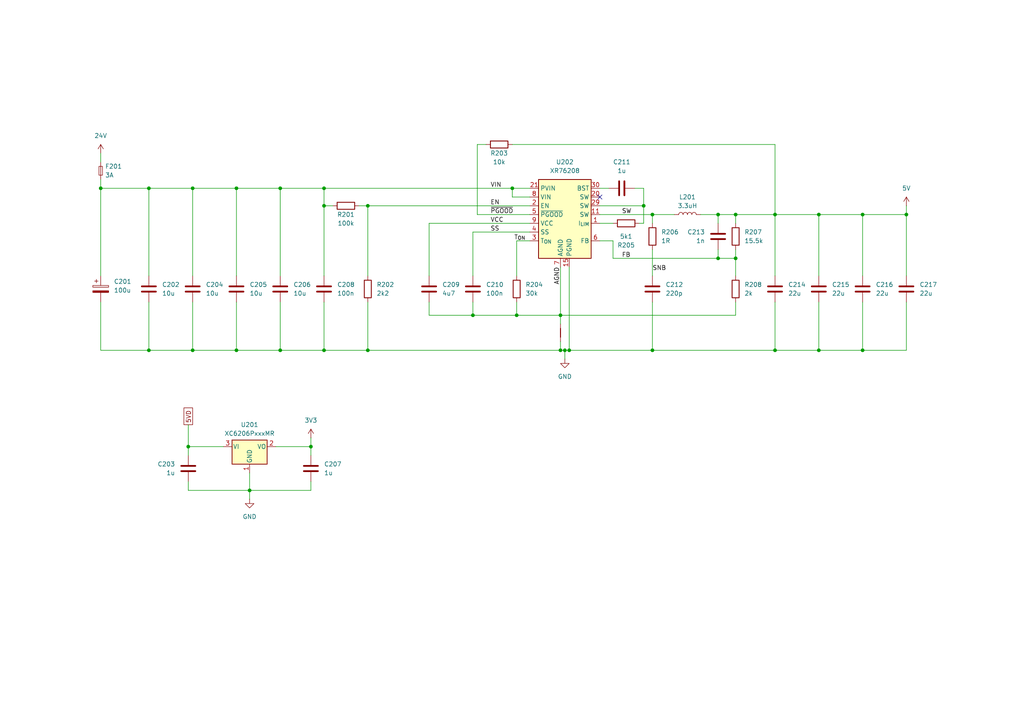
<source format=kicad_sch>
(kicad_sch (version 20250114) (generator "eeschema") (generator_version "9.0")
  (paper "A4")
  (title_block (title "EWS - Power, CANbus and USB HAT for 3D Printers") (date "2025-12-04") (rev "0.1") (company "Eduard Iten"))
  (lib_symbols
    (symbol "Device:C" (pin_numbers (hide yes)) (pin_names (offset 0.254))
      (property "Reference" "C" (at 0.635 2.54 0))
      (property "Value" "C" (at 0.635 -2.54 0))
      (symbol "C_0_1"
        (polyline (pts (xy -2.032 0.762) (xy 2.032 0.762)) (stroke (width 0.508)))
        (polyline (pts (xy -2.032 -0.762) (xy 2.032 -0.762)) (stroke (width 0.508)))
      )
      (symbol "C_1_1"
        (pin passive line (at 0 3.81 270) (length 2.794) (name "~") (number "1"))
        (pin passive line (at 0 -3.81 90) (length 2.794) (name "~") (number "2"))
      )
    )
    (symbol "Device:C_Polarized" (pin_numbers (hide yes)) (pin_names (offset 0.254))
      (property "Reference" "C" (at 0.635 2.54 0))
      (property "Value" "C_Polarized" (at 0.635 -2.54 0))
      (symbol "C_Polarized_0_1"
        (rectangle (start -2.286 0.508) (end 2.286 1.016))
        (polyline (pts (xy -1.778 2.286) (xy -0.762 2.286)))
        (polyline (pts (xy -1.27 2.794) (xy -1.27 1.778)))
        (rectangle (start 2.286 -0.508) (end -2.286 -1.016) (fill (type outline)))
      )
      (symbol "C_Polarized_1_1"
        (pin passive line (at 0 3.81 270) (length 2.794) (name "~") (number "1"))
        (pin passive line (at 0 -3.81 90) (length 2.794) (name "~") (number "2"))
      )
    )
    (symbol "Device:Fuse_Small" (pin_numbers (hide yes)) (pin_names (offset 0.254) (hide yes))
      (property "Reference" "F" (at 0 -1.524 0))
      (property "Value" "Fuse_Small" (at 0 1.524 0))
      (symbol "Fuse_Small_0_1"
        (rectangle (start -1.27 0.508) (end 1.27 -0.508))
        (polyline (pts (xy -1.27 0) (xy 1.27 0)))
      )
      (symbol "Fuse_Small_1_1"
        (pin passive line (at -2.54 0 0) (length 1.27) (name "~") (number "1"))
        (pin passive line (at 2.54 0 180) (length 1.27) (name "~") (number "2"))
      )
    )
    (symbol "Device:L" (pin_numbers (hide yes)) (pin_names (offset 1.016) (hide yes))
      (property "Reference" "L" (at -1.27 0 90))
      (property "Value" "L" (at 1.905 0 90))
      (symbol "L_0_1"
        (arc (start 0 2.54) (mid 0.6323 1.905) (end 0 1.27))
        (arc (start 0 1.27) (mid 0.6323 0.635) (end 0 0))
        (arc (start 0 0) (mid 0.6323 -0.635) (end 0 -1.27))
        (arc (start 0 -1.27) (mid 0.6323 -1.905) (end 0 -2.54))
      )
      (symbol "L_1_1"
        (pin passive line (at 0 3.81 270) (length 1.27) (name "1") (number "1"))
        (pin passive line (at 0 -3.81 90) (length 1.27) (name "2") (number "2"))
      )
    )
    (symbol "Device:NetTie_2" (pin_numbers (hide yes)) (pin_names (offset 0) (hide yes)) (in_bom no)
      (property "Reference" "NT" (at 0 1.27 0))
      (property "Value" "NetTie_2" (at 0 -1.27 0))
      (symbol "NetTie_2_0_1"
        (polyline (pts (xy -1.27 0) (xy 1.27 0)) (stroke (width 0.254)))
      )
      (symbol "NetTie_2_1_1"
        (pin passive line (at -2.54 0 0) (length 2.54) (name "1") (number "1"))
        (pin passive line (at 2.54 0 180) (length 2.54) (name "2") (number "2"))
      )
    )
    (symbol "Device:R" (pin_numbers (hide yes)) (pin_names (offset 0))
      (property "Reference" "R" (at 2.032 0 90))
      (property "Value" "R" (at 0 0 90))
      (symbol "R_0_1"
        (rectangle (start -1.016 -2.54) (end 1.016 2.54) (stroke (width 0.254)))
      )
      (symbol "R_1_1"
        (pin passive line (at 0 3.81 270) (length 1.27) (name "~") (number "1"))
        (pin passive line (at 0 -3.81 90) (length 1.27) (name "~") (number "2"))
      )
    )
    (symbol "Regulator_Linear:XC6206PxxxMR" (pin_names (offset 0.254))
      (property "Reference" "U" (at -3.81 3.175 0))
      (property "Value" "XC6206PxxxMR" (at 0 3.175 0))
      (symbol "XC6206PxxxMR_0_1"
        (rectangle (start -5.08 1.905) (end 5.08 -5.08) (stroke (width 0.254)) (fill (type background)))
      )
      (symbol "XC6206PxxxMR_1_1"
        (pin power_in line (at -7.62 0 0) (length 2.54) (name "VI") (number "3"))
        (pin power_in line (at 0 -7.62 90) (length 2.54) (name "GND") (number "1"))
        (pin power_out line (at 7.62 0 180) (length 2.54) (name "VO") (number "2"))
      )
    )
    (symbol "power:+24V" (power) (pin_numbers (hide yes)) (pin_names (offset 0) (hide yes))
      (property "Value" "+24V" (at 0 3.556 0))
      (symbol "+24V_0_1"
        (polyline (pts (xy -0.762 1.27) (xy 0 2.54)))
        (polyline (pts (xy 0 2.54) (xy 0.762 1.27)))
        (polyline (pts (xy 0 0) (xy 0 2.54)))
      )
      (symbol "+24V_1_1"
        (pin power_in line (at 0 0 90) (length 0) (name "~") (number "1"))
      )
    )
    (symbol "power:+3.3V" (power) (pin_numbers (hide yes)) (pin_names (offset 0) (hide yes))
      (property "Value" "+3.3V" (at 0 3.556 0))
      (symbol "+3.3V_0_1"
        (polyline (pts (xy -0.762 1.27) (xy 0 2.54)))
        (polyline (pts (xy 0 2.54) (xy 0.762 1.27)))
        (polyline (pts (xy 0 0) (xy 0 2.54)))
      )
      (symbol "+3.3V_1_1"
        (pin power_in line (at 0 0 90) (length 0) (name "~") (number "1"))
      )
    )
    (symbol "power:GND" (power) (pin_numbers (hide yes)) (pin_names (offset 0) (hide yes))
      (property "Value" "GND" (at 0 -3.81 0))
      (symbol "GND_0_1"
        (polyline (pts (xy 0 0) (xy 0 -1.27) (xy 1.27 -1.27) (xy 0 -2.54) (xy -1.27 -1.27) (xy 0 -1.27)))
      )
      (symbol "GND_1_1"
        (pin power_in line (at 0 0 270) (length 0) (name "~") (number "1"))
      )
    )
    (symbol "project:XR76208"
      (property "Reference" "U" (at 0 15.24 0))
      (property "Value" "XR76208" (at 0 12.7 0))
      (symbol "XR76208_1_1"
        (rectangle (start -7.62 11.43) (end 7.62 -11.43) (stroke (width 0.254)) (fill (type background)))
        (pin power_in line (at -10.16 8.89 0) (length 2.54) (name "PVIN") (number "21"))
        (pin passive line (at -10.16 8.89 0) (length 2.54) (hide yes) (name "PVIN") (number "22"))
        (pin passive line (at -10.16 8.89 0) (length 2.54) (hide yes) (name "PVIN") (number "23"))
        (pin passive line (at -10.16 8.89 0) (length 2.54) (hide yes) (name "PVIN") (number "24"))
        (pin passive line (at -10.16 8.89 0) (length 2.54) (hide yes) (name "PVIN") (number "25"))
        (pin passive line (at -10.16 8.89 0) (length 2.54) (hide yes) (name "PVIN") (number "26"))
        (pin passive line (at -10.16 8.89 0) (length 2.54) (hide yes) (name "PVIN") (number "27"))
        (pin passive line (at -10.16 8.89 0) (length 2.54) (hide yes) (name "PVIN") (number "28"))
        (pin power_in line (at -10.16 6.35 0) (length 2.54) (name "VIN") (number "8"))
        (pin passive line (at -10.16 3.81 0) (length 2.54) (name "EN") (number "2"))
        (pin passive line (at -10.16 1.27 0) (length 2.54) (name "~{PGOOD}") (number "5"))
        (pin passive line (at -10.16 -1.27 0) (length 2.54) (name "VCC") (number "9"))
        (pin passive line (at -10.16 -3.81 0) (length 2.54) (name "SS") (number "4"))
        (pin passive line (at -10.16 -6.35 0) (length 2.54) (name "T_{ON}") (number "3"))
        (pin passive line (at -1.27 -13.97 90) (length 2.54) (hide yes) (name "AGND") (number "10"))
        (pin passive line (at -1.27 -13.97 90) (length 2.54) (hide yes) (name "AGND") (number "31"))
        (pin passive line (at -1.27 -13.97 90) (length 2.54) (name "AGND") (number "7"))
        (pin passive line (at 1.27 -13.97 90) (length 2.54) (name "PGND") (number "15"))
        (pin passive line (at 1.27 -13.97 90) (length 2.54) (hide yes) (name "PGND") (number "16"))
        (pin passive line (at 1.27 -13.97 90) (length 2.54) (hide yes) (name "PGND") (number "17"))
        (pin passive line (at 1.27 -13.97 90) (length 2.54) (hide yes) (name "PGND") (number "18"))
        (pin passive line (at 1.27 -13.97 90) (length 2.54) (hide yes) (name "PGND") (number "19"))
        (pin passive line (at 10.16 8.89 180) (length 2.54) (name "BST") (number "30"))
        (pin passive line (at 10.16 6.35 180) (length 2.54) (name "SW") (number "20"))
        (pin power_out line (at 10.16 3.81 180) (length 2.54) (name "SW") (number "29"))
        (pin passive line (at 10.16 1.27 180) (length 2.54) (name "SW") (number "11"))
        (pin passive line (at 10.16 1.27 180) (length 2.54) (hide yes) (name "SW") (number "12"))
        (pin passive line (at 10.16 1.27 180) (length 2.54) (hide yes) (name "SW") (number "13"))
        (pin passive line (at 10.16 1.27 180) (length 2.54) (hide yes) (name "SW") (number "14"))
        (pin passive line (at 10.16 -1.27 180) (length 2.54) (name "I_{LIM}") (number "1"))
        (pin passive line (at 10.16 -6.35 180) (length 2.54) (name "FB") (number "6"))
      )
    )
  )
  (junction (at 106.68 59.69))
  (junction (at 54.61 129.54))
  (junction (at 68.58 54.61))
  (junction (at 90.17 129.54))
  (junction (at 68.58 101.6))
  (junction (at 250.19 62.23))
  (junction (at 55.88 54.61))
  (junction (at 262.89 62.23))
  (junction (at 55.88 101.6))
  (junction (at 149.86 91.44))
  (junction (at 237.49 101.6))
  (junction (at 224.79 101.6))
  (junction (at 137.16 91.44))
  (junction (at 43.18 54.61))
  (junction (at 224.79 62.23))
  (junction (at 186.69 59.69))
  (junction (at 162.56 91.44))
  (junction (at 93.98 54.61))
  (junction (at 81.28 101.6))
  (junction (at 81.28 54.61))
  (junction (at 213.36 74.93))
  (junction (at 93.98 101.6))
  (junction (at 237.49 62.23))
  (junction (at 43.18 101.6))
  (junction (at 106.68 101.6))
  (junction (at 29.21 54.61))
  (junction (at 148.59 54.61))
  (junction (at 72.39 142.24))
  (junction (at 162.56 101.6))
  (junction (at 250.19 101.6))
  (junction (at 93.98 59.69))
  (junction (at 163.83 101.6))
  (junction (at 189.23 101.6))
  (junction (at 165.1 101.6))
  (junction (at 208.28 74.93))
  (junction (at 208.28 62.23))
  (junction (at 213.36 62.23))
  (junction (at 189.23 62.23))
  (no_connect (at 173.99 57.15))
  (wire (pts (xy 29.21 101.6) (xy 43.18 101.6)))
  (wire (pts (xy 137.16 67.31) (xy 153.67 67.31)))
  (wire (pts (xy 250.19 62.23) (xy 237.49 62.23)))
  (wire (pts (xy 80.01 129.54) (xy 90.17 129.54)))
  (wire (pts (xy 189.23 101.6) (xy 224.79 101.6)))
  (wire (pts (xy 106.68 87.63) (xy 106.68 101.6)))
  (wire (pts (xy 208.28 62.23) (xy 213.36 62.23)))
  (wire (pts (xy 224.79 101.6) (xy 237.49 101.6)))
  (wire (pts (xy 213.36 87.63) (xy 213.36 91.44)))
  (wire (pts (xy 149.86 91.44) (xy 149.86 87.63)))
  (wire (pts (xy 29.21 87.63) (xy 29.21 101.6)))
  (wire (pts (xy 262.89 87.63) (xy 262.89 101.6)))
  (wire (pts (xy 72.39 142.24) (xy 90.17 142.24)))
  (wire (pts (xy 54.61 123.19) (xy 54.61 129.54)))
  (wire (pts (xy 68.58 54.61) (xy 68.58 80.01)))
  (wire (pts (xy 163.83 101.6) (xy 165.1 101.6)))
  (wire (pts (xy 189.23 72.39) (xy 189.23 80.01)))
  (wire (pts (xy 148.59 41.91) (xy 224.79 41.91)))
  (wire (pts (xy 203.2 62.23) (xy 208.28 62.23)))
  (wire (pts (xy 104.14 59.69) (xy 106.68 59.69)))
  (wire (pts (xy 208.28 74.93) (xy 213.36 74.93)))
  (wire (pts (xy 29.21 54.61) (xy 43.18 54.61)))
  (wire (pts (xy 43.18 54.61) (xy 43.18 80.01)))
  (wire (pts (xy 54.61 139.7) (xy 54.61 142.24)))
  (wire (pts (xy 262.89 59.69) (xy 262.89 62.23)))
  (wire (pts (xy 173.99 62.23) (xy 189.23 62.23)))
  (wire (pts (xy 55.88 80.01) (xy 55.88 54.61)))
  (wire (pts (xy 29.21 44.45) (xy 29.21 46.99)))
  (wire (pts (xy 137.16 87.63) (xy 137.16 91.44)))
  (wire (pts (xy 72.39 142.24) (xy 72.39 144.78)))
  (wire (pts (xy 189.23 62.23) (xy 189.23 64.77)))
  (wire (pts (xy 93.98 101.6) (xy 106.68 101.6)))
  (wire (pts (xy 250.19 87.63) (xy 250.19 101.6)))
  (wire (pts (xy 43.18 101.6) (xy 55.88 101.6)))
  (wire (pts (xy 149.86 69.85) (xy 149.86 80.01)))
  (wire (pts (xy 137.16 91.44) (xy 149.86 91.44)))
  (wire (pts (xy 262.89 62.23) (xy 250.19 62.23)))
  (wire (pts (xy 43.18 87.63) (xy 43.18 101.6)))
  (wire (pts (xy 250.19 80.01) (xy 250.19 62.23)))
  (wire (pts (xy 149.86 69.85) (xy 153.67 69.85)))
  (wire (pts (xy 90.17 127) (xy 90.17 129.54)))
  (wire (pts (xy 162.56 91.44) (xy 162.56 93.98)))
  (wire (pts (xy 162.56 101.6) (xy 163.83 101.6)))
  (wire (pts (xy 237.49 62.23) (xy 224.79 62.23)))
  (wire (pts (xy 165.1 77.47) (xy 165.1 101.6)))
  (wire (pts (xy 186.69 54.61) (xy 186.69 59.69)))
  (wire (pts (xy 208.28 62.23) (xy 208.28 64.77)))
  (wire (pts (xy 29.21 52.07) (xy 29.21 54.61)))
  (wire (pts (xy 148.59 57.15) (xy 153.67 57.15)))
  (wire (pts (xy 93.98 54.61) (xy 93.98 59.69)))
  (wire (pts (xy 208.28 72.39) (xy 208.28 74.93)))
  (wire (pts (xy 262.89 101.6) (xy 250.19 101.6)))
  (wire (pts (xy 93.98 87.63) (xy 93.98 101.6)))
  (wire (pts (xy 68.58 54.61) (xy 81.28 54.61)))
  (wire (pts (xy 162.56 91.44) (xy 149.86 91.44)))
  (wire (pts (xy 54.61 142.24) (xy 72.39 142.24)))
  (wire (pts (xy 177.8 74.93) (xy 177.8 69.85)))
  (wire (pts (xy 81.28 54.61) (xy 81.28 80.01)))
  (wire (pts (xy 68.58 87.63) (xy 68.58 101.6)))
  (wire (pts (xy 184.15 54.61) (xy 186.69 54.61)))
  (wire (pts (xy 162.56 99.06) (xy 162.56 101.6)))
  (wire (pts (xy 177.8 74.93) (xy 208.28 74.93)))
  (wire (pts (xy 213.36 62.23) (xy 224.79 62.23)))
  (wire (pts (xy 224.79 62.23) (xy 224.79 80.01)))
  (wire (pts (xy 124.46 64.77) (xy 153.67 64.77)))
  (wire (pts (xy 54.61 129.54) (xy 54.61 132.08)))
  (wire (pts (xy 29.21 80.01) (xy 29.21 54.61)))
  (wire (pts (xy 237.49 80.01) (xy 237.49 62.23)))
  (wire (pts (xy 81.28 54.61) (xy 93.98 54.61)))
  (wire (pts (xy 106.68 101.6) (xy 162.56 101.6)))
  (wire (pts (xy 213.36 62.23) (xy 213.36 64.77)))
  (wire (pts (xy 43.18 54.61) (xy 55.88 54.61)))
  (wire (pts (xy 124.46 80.01) (xy 124.46 64.77)))
  (wire (pts (xy 237.49 87.63) (xy 237.49 101.6)))
  (wire (pts (xy 93.98 80.01) (xy 93.98 59.69)))
  (wire (pts (xy 148.59 57.15) (xy 148.59 54.61)))
  (wire (pts (xy 124.46 91.44) (xy 137.16 91.44)))
  (wire (pts (xy 237.49 101.6) (xy 250.19 101.6)))
  (wire (pts (xy 213.36 91.44) (xy 162.56 91.44)))
  (wire (pts (xy 81.28 87.63) (xy 81.28 101.6)))
  (wire (pts (xy 138.43 62.23) (xy 138.43 41.91)))
  (wire (pts (xy 90.17 142.24) (xy 90.17 139.7)))
  (wire (pts (xy 93.98 54.61) (xy 148.59 54.61)))
  (wire (pts (xy 55.88 87.63) (xy 55.88 101.6)))
  (wire (pts (xy 138.43 41.91) (xy 140.97 41.91)))
  (wire (pts (xy 262.89 80.01) (xy 262.89 62.23)))
  (wire (pts (xy 96.52 59.69) (xy 93.98 59.69)))
  (wire (pts (xy 224.79 41.91) (xy 224.79 62.23)))
  (wire (pts (xy 177.8 69.85) (xy 173.99 69.85)))
  (wire (pts (xy 162.56 77.47) (xy 162.56 91.44)))
  (wire (pts (xy 55.88 54.61) (xy 68.58 54.61)))
  (wire (pts (xy 189.23 62.23) (xy 195.58 62.23)))
  (wire (pts (xy 55.88 101.6) (xy 68.58 101.6)))
  (wire (pts (xy 173.99 59.69) (xy 186.69 59.69)))
  (wire (pts (xy 81.28 101.6) (xy 93.98 101.6)))
  (wire (pts (xy 54.61 129.54) (xy 64.77 129.54)))
  (wire (pts (xy 213.36 74.93) (xy 213.36 80.01)))
  (wire (pts (xy 185.42 64.77) (xy 186.69 64.77)))
  (wire (pts (xy 68.58 101.6) (xy 81.28 101.6)))
  (wire (pts (xy 138.43 62.23) (xy 153.67 62.23)))
  (wire (pts (xy 163.83 101.6) (xy 163.83 104.14)))
  (wire (pts (xy 137.16 80.01) (xy 137.16 67.31)))
  (wire (pts (xy 124.46 87.63) (xy 124.46 91.44)))
  (wire (pts (xy 106.68 59.69) (xy 106.68 80.01)))
  (wire (pts (xy 224.79 87.63) (xy 224.79 101.6)))
  (wire (pts (xy 148.59 54.61) (xy 153.67 54.61)))
  (wire (pts (xy 165.1 101.6) (xy 189.23 101.6)))
  (wire (pts (xy 173.99 64.77) (xy 177.8 64.77)))
  (wire (pts (xy 213.36 72.39) (xy 213.36 74.93)))
  (wire (pts (xy 90.17 132.08) (xy 90.17 129.54)))
  (wire (pts (xy 173.99 54.61) (xy 176.53 54.61)))
  (wire (pts (xy 186.69 64.77) (xy 186.69 59.69)))
  (wire (pts (xy 106.68 59.69) (xy 153.67 59.69)))
  (wire (pts (xy 72.39 137.16) (xy 72.39 142.24)))
  (wire (pts (xy 189.23 87.63) (xy 189.23 101.6)))
  (label "FB" (at 180.34 74.93 0))
  (label "~{PGOOD}" (at 142.24 62.23 0))
  (label "SW" (at 180.34 62.23 0))
  (label "VCC" (at 142.24 64.77 0))
  (label "VIN" (at 142.24 54.61 0))
  (label "EN" (at 142.24 59.69 0))
  (label "AGND" (at 162.56 82.55 90))
  (label "SS" (at 142.24 67.31 0))
  (label "T_{ON}" (at 152.4 69.85 180))
  (label "SNB" (at 189.23 78.74 0))
  (global_label "5VD" (shape passive) (at 54.61 123.19 90) (property "Intersheetrefs" "${INTERSHEET_REFS}" (effects (hide yes))))
  (symbol (lib_id "Device:C") (at 68.58 83.82 0) (unit 1)
    (property "Reference" "C205" (at 72.39 82.5499 0) (effects (justify left)))
    (property "Value" "10u" (at 72.39 85.0899 0) (effects (justify left)))
    (property "Footprint" "Capacitor_SMD:C_1206_3216Metric" (effects (hide yes)))
    (property "Description" "Unpolarized capacitor" (effects (hide yes)))
    (property "Manufacturer Part #" "CL31A106KBHNNNE" (effects (hide yes)))
    (property "LCSC Part #" "C13585" (effects (hide yes)))
  )
  (symbol (lib_id "Device:R") (at 213.36 68.58 0) (unit 1)
    (property "Reference" "R207" (at 215.9 67.3099 0) (effects (justify left)))
    (property "Value" "15.5k" (at 215.9 69.8499 0) (effects (justify left)))
    (property "Footprint" "Resistor_SMD:R_0402_1005Metric" (effects (hide yes)))
    (property "Description" "Resistor" (effects (hide yes)))
  )
  (symbol (lib_id "Device:NetTie_2") (at 162.56 96.52 90) (unit 1) (in_bom no)
    (property "Reference" "NT201" (effects (hide yes)))
    (property "Value" "NetTie_2" (effects (hide yes)))
    (property "Footprint" "NetTie:NetTie-2_SMD_Pad0.5mm" (effects (hide yes)))
    (property "Description" "Net tie, 2 pins" (effects (hide yes)))
  )
  (symbol (lib_id "Device:R") (at 106.68 83.82 0) (unit 1)
    (property "Reference" "R202" (at 109.22 82.5499 0) (effects (justify left)))
    (property "Value" "2k2" (at 109.22 85.0899 0) (effects (justify left)))
    (property "Footprint" "Resistor_SMD:R_0402_1005Metric" (effects (hide yes)))
    (property "Description" "Resistor" (effects (hide yes)))
  )
  (symbol (lib_id "Device:C") (at 55.88 83.82 0) (unit 1)
    (property "Reference" "C204" (at 59.69 82.5499 0) (effects (justify left)))
    (property "Value" "10u" (at 59.69 85.0899 0) (effects (justify left)))
    (property "Footprint" "Capacitor_SMD:C_1206_3216Metric" (effects (hide yes)))
    (property "Description" "Unpolarized capacitor" (effects (hide yes)))
    (property "Manufacturer Part #" "CL31A106KBHNNNE" (effects (hide yes)))
    (property "LCSC Part #" "C13585" (effects (hide yes)))
  )
  (symbol (lib_id "power:+24V") (at 29.21 44.45 0) (unit 1)
    (property "Reference" "#PWR0201" (effects (hide yes)))
    (property "Value" "24V" (at 29.21 39.37 0))
    (property "Description" "Power symbol creates a global label with name \"+24V\"" (effects (hide yes)))
  )
  (symbol (lib_id "Device:C") (at 224.79 83.82 0) (unit 1)
    (property "Reference" "C214" (at 228.6 82.5499 0) (effects (justify left)))
    (property "Value" "22u" (at 228.6 85.0899 0) (effects (justify left)))
    (property "Footprint" "Capacitor_SMD:C_1206_3216Metric" (effects (hide yes)))
    (property "Description" "Unpolarized capacitor" (effects (hide yes)))
  )
  (symbol (lib_id "Device:C") (at 81.28 83.82 0) (unit 1)
    (property "Reference" "C206" (at 85.09 82.5499 0) (effects (justify left)))
    (property "Value" "10u" (at 85.09 85.0899 0) (effects (justify left)))
    (property "Footprint" "Capacitor_SMD:C_1206_3216Metric" (effects (hide yes)))
    (property "Description" "Unpolarized capacitor" (effects (hide yes)))
    (property "Manufacturer Part #" "CL31A106KBHNNNE" (effects (hide yes)))
    (property "LCSC Part #" "C13585" (effects (hide yes)))
  )
  (symbol (lib_id "Device:R") (at 181.61 64.77 270) (unit 1)
    (property "Reference" "R205" (at 181.61 71.12 90))
    (property "Value" "5k1" (at 181.61 68.58 90))
    (property "Footprint" "Resistor_SMD:R_0402_1005Metric" (effects (hide yes)))
    (property "Description" "Resistor" (effects (hide yes)))
  )
  (symbol (lib_id "Device:C_Polarized") (at 29.21 83.82 0) (unit 1)
    (property "Reference" "C201" (at 33.02 81.6609 0) (effects (justify left)))
    (property "Value" "100u" (at 33.02 84.2009 0) (effects (justify left)))
    (property "Footprint" "Capacitor_SMD:CP_Elec_6.3x7.7" (effects (hide yes)))
    (property "Description" "Polarized capacitor" (effects (hide yes)))
    (property "Manufacturer Part #" "RVT1H101M0607" (effects (hide yes)))
    (property "LCSC Part #" "C3151829" (effects (hide yes)))
  )
  (symbol (lib_id "power:GND") (at 72.39 144.78 0) (unit 1)
    (property "Reference" "#PWR0202" (effects (hide yes)))
    (property "Value" "GND" (at 72.39 149.86 0))
    (property "Description" "Power symbol creates a global label with name \"GND\" , ground" (effects (hide yes)))
  )
  (symbol (lib_id "Device:R") (at 213.36 83.82 0) (unit 1)
    (property "Reference" "R208" (at 215.9 82.5499 0) (effects (justify left)))
    (property "Value" "2k" (at 215.9 85.0899 0) (effects (justify left)))
    (property "Footprint" "Resistor_SMD:R_0402_1005Metric" (effects (hide yes)))
    (property "Description" "Resistor" (effects (hide yes)))
  )
  (symbol (lib_id "Device:C") (at 54.61 135.89 0) (mirror x) (unit 1)
    (property "Reference" "C203" (at 50.8 134.6199 0) (effects (justify right)))
    (property "Value" "1u" (at 50.8 137.1599 0) (effects (justify right)))
    (property "Footprint" "Capacitor_SMD:C_0402_1005Metric" (effects (hide yes)))
    (property "Description" "Unpolarized capacitor" (effects (hide yes)))
  )
  (symbol (lib_id "Device:R") (at 144.78 41.91 90) (mirror x) (unit 1)
    (property "Reference" "R203" (at 144.78 44.45 90))
    (property "Value" "10k" (at 144.78 46.99 90))
    (property "Footprint" "Resistor_SMD:R_0402_1005Metric" (effects (hide yes)))
    (property "Description" "Resistor" (effects (hide yes)))
  )
  (symbol (lib_id "Device:C") (at 93.98 83.82 0) (unit 1)
    (property "Reference" "C208" (at 97.79 82.5499 0) (effects (justify left)))
    (property "Value" "100n" (at 97.79 85.0899 0) (effects (justify left)))
    (property "Footprint" "Capacitor_SMD:C_0402_1005Metric" (effects (hide yes)))
    (property "Description" "Unpolarized capacitor" (effects (hide yes)))
  )
  (symbol (lib_id "power:+3.3V") (at 90.17 127 0) (unit 1)
    (property "Reference" "#PWR0203" (effects (hide yes)))
    (property "Value" "3V3" (at 90.17 121.92 0))
    (property "Description" "Power symbol creates a global label with name \"+3.3V\"" (effects (hide yes)))
  )
  (symbol (lib_id "Device:R") (at 149.86 83.82 0) (unit 1)
    (property "Reference" "R204" (at 152.4 82.5499 0) (effects (justify left)))
    (property "Value" "30k" (at 152.4 85.0899 0) (effects (justify left)))
    (property "Footprint" "Resistor_SMD:R_0402_1005Metric" (effects (hide yes)))
    (property "Description" "Resistor" (effects (hide yes)))
  )
  (symbol (lib_id "Device:C") (at 43.18 83.82 0) (unit 1)
    (property "Reference" "C202" (at 46.99 82.5499 0) (effects (justify left)))
    (property "Value" "10u" (at 46.99 85.0899 0) (effects (justify left)))
    (property "Footprint" "Capacitor_SMD:C_1206_3216Metric" (effects (hide yes)))
    (property "Description" "Unpolarized capacitor" (effects (hide yes)))
    (property "Manufacturer Part #" "CL31A106KBHNNNE" (effects (hide yes)))
    (property "LCSC Part #" "C13585" (effects (hide yes)))
  )
  (symbol (lib_id "Device:R") (at 189.23 68.58 0) (unit 1)
    (property "Reference" "R206" (at 191.77 67.3099 0) (effects (justify left)))
    (property "Value" "1R" (at 191.77 69.8499 0) (effects (justify left)))
    (property "Footprint" "Resistor_SMD:R_0603_1608Metric" (effects (hide yes)))
    (property "Description" "Resistor" (effects (hide yes)))
  )
  (symbol (lib_id "Device:C") (at 250.19 83.82 0) (unit 1)
    (property "Reference" "C216" (at 254 82.5499 0) (effects (justify left)))
    (property "Value" "22u" (at 254 85.0899 0) (effects (justify left)))
    (property "Footprint" "Capacitor_SMD:C_1206_3216Metric" (effects (hide yes)))
    (property "Description" "Unpolarized capacitor" (effects (hide yes)))
  )
  (symbol (lib_id "power:GND") (at 163.83 104.14 0) (unit 1)
    (property "Reference" "#PWR0204" (effects (hide yes)))
    (property "Value" "GND" (at 163.83 109.22 0))
    (property "Description" "Power symbol creates a global label with name \"GND\" , ground" (effects (hide yes)))
  )
  (symbol (lib_id "Device:L") (at 199.39 62.23 90) (unit 1)
    (property "Reference" "L201" (at 199.39 57.15 90))
    (property "Value" "3.3uH" (at 199.39 59.69 90))
    (property "Footprint" "Inductor_SMD:L_APV_APH1050" (effects (hide yes)))
    (property "Description" "Inductor" (effects (hide yes)))
    (property "Manufacturer Part #" "MDA1050-3R3M" (effects (hide yes)))
    (property "LCSC Part #" "C2847560" (effects (hide yes)))
  )
  (symbol (lib_id "project:XR76208") (at 163.83 63.5 0) (unit 1)
    (property "Reference" "U202" (at 163.83 46.99 0))
    (property "Value" "XR76208" (at 163.83 49.53 0))
    (property "Footprint" "project:IC_XR76203ELTR-F" (effects (hide yes)))
  )
  (symbol (lib_id "Device:C") (at 208.28 68.58 0) (mirror y) (unit 1)
    (property "Reference" "C213" (at 204.47 67.3099 0) (effects (justify left)))
    (property "Value" "1n" (at 204.47 69.8499 0) (effects (justify left)))
    (property "Footprint" "Capacitor_SMD:C_0402_1005Metric" (effects (hide yes)))
    (property "Description" "Unpolarized capacitor" (effects (hide yes)))
  )
  (symbol (lib_id "Device:Fuse_Small") (at 29.21 49.53 90) (unit 1)
    (property "Reference" "F201" (at 30.48 48.2599 90) (effects (justify right)))
    (property "Value" "3A" (at 30.48 50.7999 90) (effects (justify right)))
    (property "Footprint" "Fuse:Fuse_1206_3216Metric_Pad1.42x1.75mm_HandSolder" (effects (hide yes)))
    (property "Description" "Fuse, small symbol" (effects (hide yes)))
  )
  (symbol (lib_id "Device:C") (at 137.16 83.82 0) (unit 1)
    (property "Reference" "C210" (at 140.97 82.5499 0) (effects (justify left)))
    (property "Value" "100n" (at 140.97 85.0899 0) (effects (justify left)))
    (property "Footprint" "Capacitor_SMD:C_0402_1005Metric" (effects (hide yes)))
    (property "Description" "Unpolarized capacitor" (effects (hide yes)))
  )
  (symbol (lib_id "Device:R") (at 100.33 59.69 90) (mirror x) (unit 1)
    (property "Reference" "R201" (at 100.33 62.23 90))
    (property "Value" "100k" (at 100.33 64.77 90))
    (property "Footprint" "Resistor_SMD:R_0402_1005Metric" (effects (hide yes)))
    (property "Description" "Resistor" (effects (hide yes)))
  )
  (symbol (lib_id "Device:C") (at 262.89 83.82 0) (unit 1)
    (property "Reference" "C217" (at 266.7 82.5499 0) (effects (justify left)))
    (property "Value" "22u" (at 266.7 85.0899 0) (effects (justify left)))
    (property "Footprint" "Capacitor_SMD:C_1206_3216Metric" (effects (hide yes)))
    (property "Description" "Unpolarized capacitor" (effects (hide yes)))
  )
  (symbol (lib_id "Device:C") (at 90.17 135.89 180) (unit 1)
    (property "Reference" "C207" (at 93.98 134.6199 0) (effects (justify right)))
    (property "Value" "1u" (at 93.98 137.1599 0) (effects (justify right)))
    (property "Footprint" "Capacitor_SMD:C_0402_1005Metric" (effects (hide yes)))
    (property "Description" "Unpolarized capacitor" (effects (hide yes)))
  )
  (symbol (lib_id "Device:C") (at 180.34 54.61 90) (unit 1)
    (property "Reference" "C211" (at 180.34 46.99 90))
    (property "Value" "1u" (at 180.34 49.53 90))
    (property "Footprint" "Capacitor_SMD:C_0402_1005Metric" (effects (hide yes)))
    (property "Description" "Unpolarized capacitor" (effects (hide yes)))
  )
  (symbol (lib_id "power:+3.3V") (at 262.89 59.69 0) (unit 1)
    (property "Reference" "#PWR0205" (effects (hide yes)))
    (property "Value" "5V" (at 262.89 54.61 0))
    (property "Description" "Power symbol creates a global label with name \"+3.3V\"" (effects (hide yes)))
  )
  (symbol (lib_id "Device:C") (at 237.49 83.82 0) (unit 1)
    (property "Reference" "C215" (at 241.3 82.5499 0) (effects (justify left)))
    (property "Value" "22u" (at 241.3 85.0899 0) (effects (justify left)))
    (property "Footprint" "Capacitor_SMD:C_1206_3216Metric" (effects (hide yes)))
    (property "Description" "Unpolarized capacitor" (effects (hide yes)))
  )
  (symbol (lib_id "Regulator_Linear:XC6206PxxxMR") (at 72.39 129.54 0) (unit 1)
    (property "Reference" "U201" (at 72.39 123.19 0))
    (property "Value" "XC6206PxxxMR" (at 72.39 125.73 0))
    (property "Footprint" "Package_TO_SOT_SMD:SOT-23-3" (effects (hide yes)))
    (property "Datasheet" "https://www.torexsemi.com/file/xc6206/XC6206.pdf" (effects (hide yes)))
    (property "Description" "Positive 60-250mA Low Dropout Regulator, Fixed Output, SOT-23" (effects (hide yes)))
  )
  (symbol (lib_id "Device:C") (at 124.46 83.82 0) (unit 1)
    (property "Reference" "C209" (at 128.27 82.5499 0) (effects (justify left)))
    (property "Value" "4u7" (at 128.27 85.0899 0) (effects (justify left)))
    (property "Footprint" "Capacitor_SMD:C_0402_1005Metric" (effects (hide yes)))
    (property "Description" "Unpolarized capacitor" (effects (hide yes)))
    (property "Manufacturer Part #" "CL05A475MP5NRNC" (effects (hide yes)))
    (property "LCSC Part #" "C23733" (effects (hide yes)))
  )
  (symbol (lib_id "Device:C") (at 189.23 83.82 0) (unit 1)
    (property "Reference" "C212" (at 193.04 82.5499 0) (effects (justify left)))
    (property "Value" "220p" (at 193.04 85.0899 0) (effects (justify left)))
    (property "Footprint" "Capacitor_SMD:C_0603_1608Metric" (effects (hide yes)))
    (property "Description" "Unpolarized capacitor" (effects (hide yes)))
  )
)
</source>
